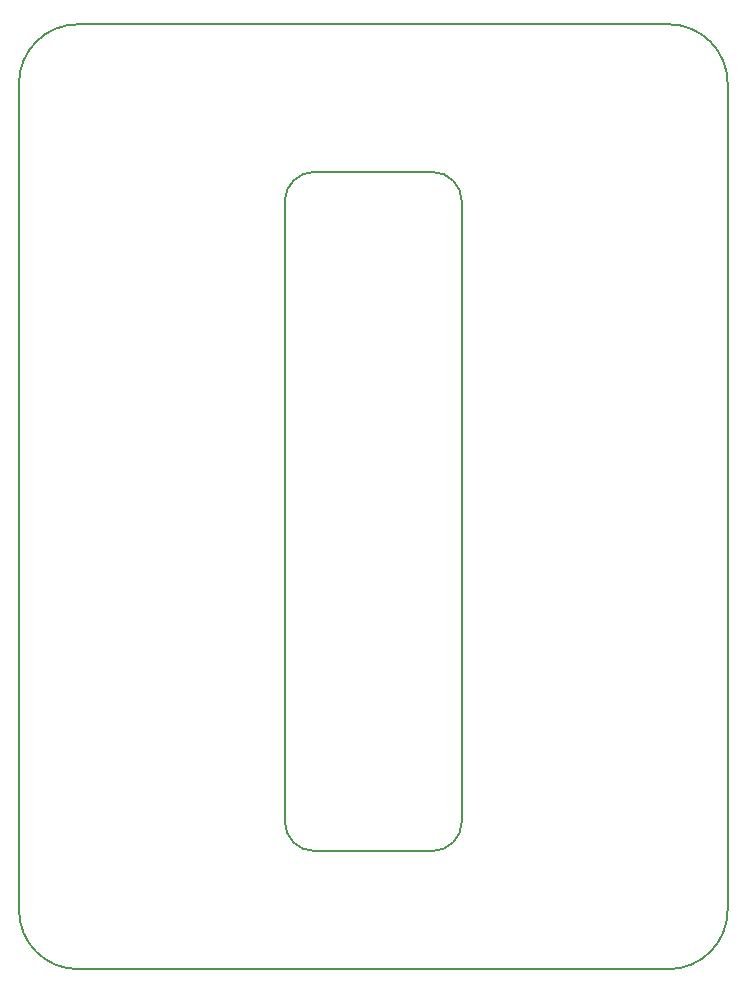
<source format=gbr>
G04 #@! TF.FileFunction,Profile,NP*
%FSLAX46Y46*%
G04 Gerber Fmt 4.6, Leading zero omitted, Abs format (unit mm)*
G04 Created by KiCad (PCBNEW 4.0.7) date 09/25/17 13:32:06*
%MOMM*%
%LPD*%
G01*
G04 APERTURE LIST*
%ADD10C,0.100000*%
%ADD11C,0.200000*%
G04 APERTURE END LIST*
D10*
D11*
X170000000Y-45000000D02*
G75*
G03X165000000Y-40000000I-5000000J0D01*
G01*
X165000000Y-120000000D02*
G75*
G03X170000000Y-115000000I0J5000000D01*
G01*
X110000000Y-115000000D02*
G75*
G03X115000000Y-120000000I5000000J0D01*
G01*
X115000000Y-40000000D02*
G75*
G03X110000000Y-45000000I0J-5000000D01*
G01*
X170000000Y-115000000D02*
X170000000Y-45000000D01*
X115000000Y-120000000D02*
X165000000Y-120000000D01*
X110000000Y-45000000D02*
X110000000Y-115000000D01*
X165000000Y-40000000D02*
X115000000Y-40000000D01*
X132500000Y-107500000D02*
G75*
G03X135000000Y-110000000I2500000J0D01*
G01*
X145000000Y-110000000D02*
G75*
G03X147500000Y-107500000I0J2500000D01*
G01*
X147500000Y-55000000D02*
G75*
G03X145000000Y-52500000I-2500000J0D01*
G01*
X135000000Y-52500000D02*
G75*
G03X132500000Y-55000000I0J-2500000D01*
G01*
X135000000Y-52500000D02*
X145000000Y-52500000D01*
X135000000Y-110000000D02*
X145000000Y-110000000D01*
X147500000Y-55000000D02*
X147500000Y-107500000D01*
X132500000Y-55000000D02*
X132500000Y-107500000D01*
M02*

</source>
